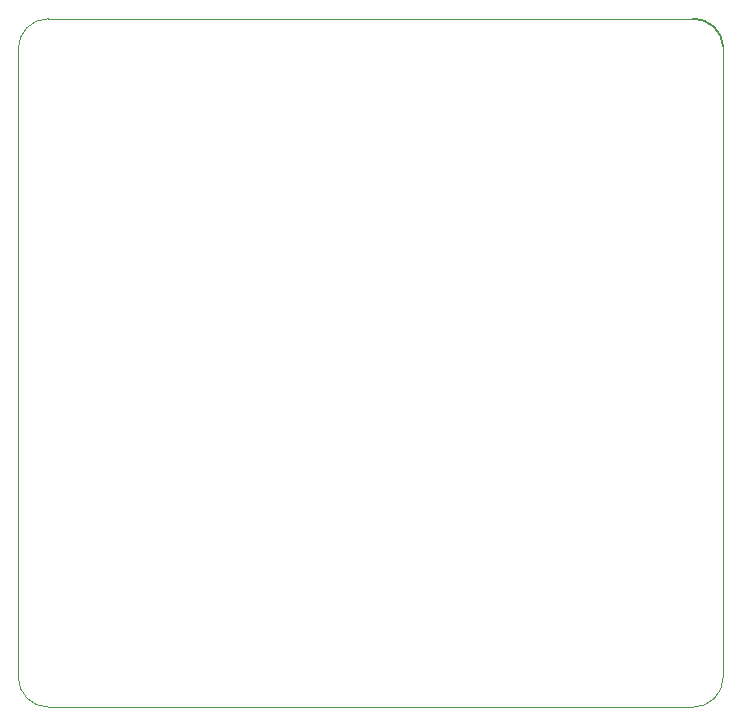
<source format=gm1>
%TF.GenerationSoftware,KiCad,Pcbnew,7.0.5-0*%
%TF.CreationDate,2024-02-27T14:02:21-05:00*%
%TF.ProjectId,LED Controller,4c454420-436f-46e7-9472-6f6c6c65722e,rev?*%
%TF.SameCoordinates,Original*%
%TF.FileFunction,Profile,NP*%
%FSLAX46Y46*%
G04 Gerber Fmt 4.6, Leading zero omitted, Abs format (unit mm)*
G04 Created by KiCad (PCBNEW 7.0.5-0) date 2024-02-27 14:02:21*
%MOMM*%
%LPD*%
G01*
G04 APERTURE LIST*
%TA.AperFunction,Profile*%
%ADD10C,0.200000*%
%TD*%
%TA.AperFunction,Profile*%
%ADD11C,0.100000*%
%TD*%
G04 APERTURE END LIST*
D10*
X187960000Y-58420000D02*
G75*
G03*
X185420000Y-56003827I-2540000J-127000D01*
G01*
D11*
X185420000Y-114300000D02*
G75*
G03*
X187960000Y-111760000I0J2540000D01*
G01*
X130810000Y-56007000D02*
X185420000Y-56003827D01*
X128270000Y-111760000D02*
X128270000Y-58547000D01*
X128270000Y-111760000D02*
G75*
G03*
X130810000Y-114300000I2540000J0D01*
G01*
X187960000Y-58420000D02*
X187960000Y-111760000D01*
X130810000Y-56007000D02*
G75*
G03*
X128270000Y-58547000I0J-2540000D01*
G01*
X185420000Y-114300000D02*
X130810000Y-114300000D01*
M02*

</source>
